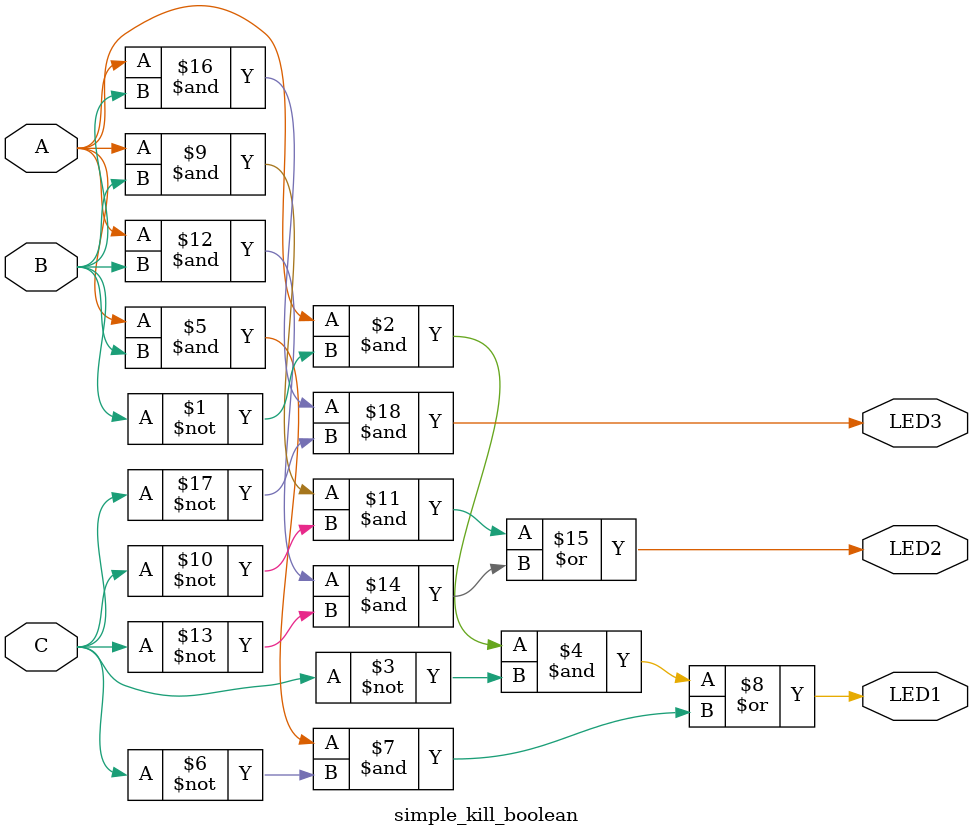
<source format=v>
`timescale 1ns / 1ps


module simple_kill_boolean(
    input A,
    input B,
    input C,
    output LED1,
    output LED2,
    output LED3
    );
    
    assign LED1 = (A & ~B & ~C) | (A & B & ~C); 
    assign LED2 = (A & B & ~C) | (A & B & ~C);
    assign LED3 = (A & B & ~C);
endmodule

</source>
